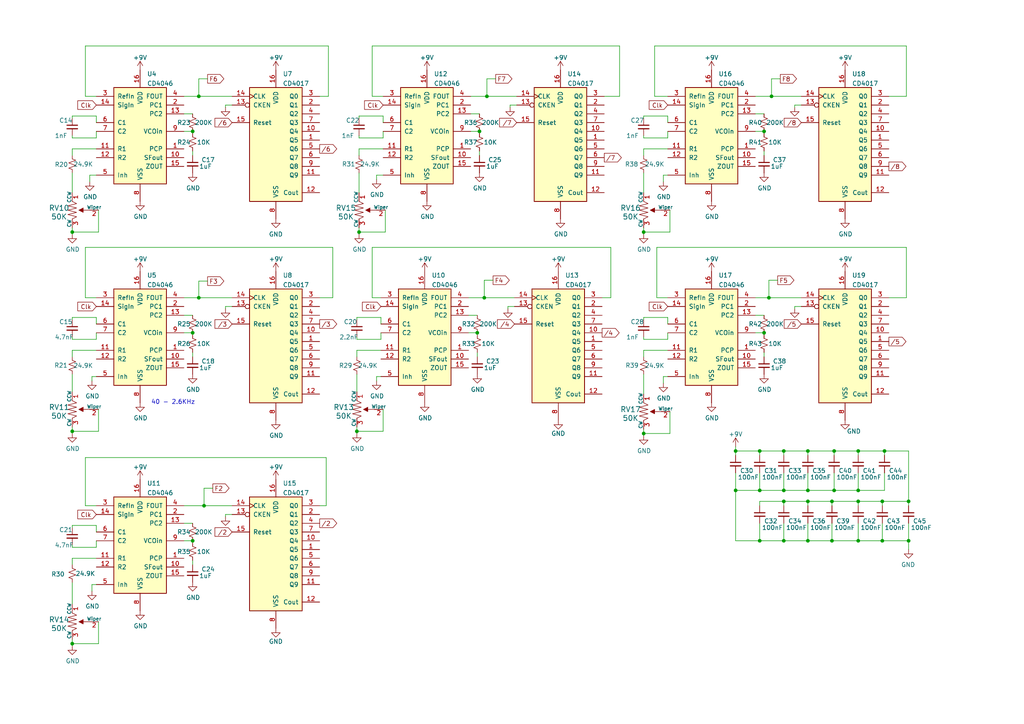
<source format=kicad_sch>
(kicad_sch (version 20211123) (generator eeschema)
  (paper "A4")
  (junction (at 55.88 156.845))
  (junction (at 55.88 96.52))
  (junction (at 241.3 156.845))
  (junction (at 227.33 142.24))
  (junction (at 139.065 38.1))
  (junction (at 20.955 67.31))
  (junction (at 186.69 125.73))
  (junction (at 263.525 145.415))
  (junction (at 57.658 27.94))
  (junction (at 248.92 142.24))
  (junction (at 256.54 130.81))
  (junction (at 186.69 67.31))
  (junction (at 234.315 145.415))
  (junction (at 220.345 156.845))
  (junction (at 55.88 38.1))
  (junction (at 234.315 142.24))
  (junction (at 141.224 27.94))
  (junction (at 20.955 186.69))
  (junction (at 227.33 156.845))
  (junction (at 140.462 86.36))
  (junction (at 248.92 156.845))
  (junction (at 227.33 145.415))
  (junction (at 241.3 145.415))
  (junction (at 263.525 156.845))
  (junction (at 138.43 96.52))
  (junction (at 213.36 142.24))
  (junction (at 59.182 146.685))
  (junction (at 221.615 96.52))
  (junction (at 234.315 156.845))
  (junction (at 220.345 130.81))
  (junction (at 20.955 125.095))
  (junction (at 223.774 27.94))
  (junction (at 255.905 156.845))
  (junction (at 227.33 130.81))
  (junction (at 241.935 130.81))
  (junction (at 255.905 145.415))
  (junction (at 241.935 142.24))
  (junction (at 57.658 86.36))
  (junction (at 234.315 130.81))
  (junction (at 223.012 86.36))
  (junction (at 103.505 125.095))
  (junction (at 220.345 142.24))
  (junction (at 221.615 38.1))
  (junction (at 248.92 145.415))
  (junction (at 248.92 130.81))
  (junction (at 104.14 67.31))
  (junction (at 213.36 130.81))
  (wire (pts (xy 103.505 98.425) (xy 103.505 97.79)))
  (wire (pts (xy 20.955 123.825) (xy 20.955 125.095)))
  (wire (pts (xy 220.345 137.16) (xy 220.345 142.24)))
  (wire (pts (xy 192.405 52.705) (xy 192.405 50.8)))
  (wire (pts (xy 109.22 50.8) (xy 111.125 50.8)))
  (wire (pts (xy 248.92 130.81) (xy 256.54 130.81)))
  (wire (pts (xy 193.675 92.075) (xy 186.69 92.075)))
  (wire (pts (xy 225.552 81.28) (xy 223.012 81.28)))
  (wire (pts (xy 28.575 180.34) (xy 28.575 186.69)))
  (wire (pts (xy 103.505 101.6) (xy 103.505 103.505)))
  (wire (pts (xy 53.34 96.52) (xy 55.88 96.52)))
  (wire (pts (xy 109.22 52.07) (xy 109.22 50.8)))
  (wire (pts (xy 213.36 129.54) (xy 213.36 130.81)))
  (wire (pts (xy 55.88 102.235) (xy 55.88 103.505)))
  (wire (pts (xy 262.89 27.94) (xy 257.81 27.94)))
  (wire (pts (xy 220.345 132.08) (xy 220.345 130.81)))
  (wire (pts (xy 219.075 38.1) (xy 221.615 38.1)))
  (wire (pts (xy 241.3 146.685) (xy 241.3 145.415)))
  (wire (pts (xy 60.198 81.534) (xy 57.658 81.534)))
  (wire (pts (xy 103.505 108.585) (xy 103.505 113.665)))
  (wire (pts (xy 226.314 22.86) (xy 223.774 22.86)))
  (wire (pts (xy 111.76 60.96) (xy 111.76 67.31)))
  (wire (pts (xy 28.575 118.745) (xy 28.575 125.095)))
  (wire (pts (xy 96.52 86.36) (xy 92.71 86.36)))
  (wire (pts (xy 193.675 86.36) (xy 190.5 86.36)))
  (wire (pts (xy 27.94 161.925) (xy 20.955 161.925)))
  (wire (pts (xy 192.405 111.125) (xy 192.405 109.22)))
  (wire (pts (xy 262.89 86.36) (xy 257.81 86.36)))
  (wire (pts (xy 27.94 96.52) (xy 27.94 98.425)))
  (wire (pts (xy 263.525 146.685) (xy 263.525 145.415)))
  (wire (pts (xy 219.075 27.94) (xy 223.774 27.94)))
  (wire (pts (xy 140.462 86.36) (xy 149.225 86.36)))
  (wire (pts (xy 177.165 71.755) (xy 177.165 86.36)))
  (wire (pts (xy 53.34 33.02) (xy 55.88 33.02)))
  (wire (pts (xy 263.525 156.845) (xy 263.525 159.385)))
  (wire (pts (xy 57.658 81.534) (xy 57.658 86.36)))
  (wire (pts (xy 27.94 156.845) (xy 27.94 158.75)))
  (wire (pts (xy 255.905 146.685) (xy 255.905 145.415)))
  (wire (pts (xy 147.32 89.535) (xy 147.32 88.9)))
  (wire (pts (xy 53.34 156.845) (xy 55.88 156.845)))
  (wire (pts (xy 256.54 130.81) (xy 263.525 130.81)))
  (wire (pts (xy 194.31 67.31) (xy 186.69 67.31)))
  (wire (pts (xy 20.955 50.165) (xy 20.955 55.88)))
  (wire (pts (xy 24.765 27.94) (xy 24.765 13.335)))
  (wire (pts (xy 110.49 96.52) (xy 110.49 98.425)))
  (wire (pts (xy 135.89 91.44) (xy 138.43 91.44)))
  (wire (pts (xy 20.955 43.18) (xy 20.955 45.085)))
  (wire (pts (xy 111.125 38.1) (xy 111.125 40.005)))
  (wire (pts (xy 213.36 156.845) (xy 220.345 156.845)))
  (wire (pts (xy 189.865 27.94) (xy 189.865 13.335)))
  (wire (pts (xy 234.315 145.415) (xy 241.3 145.415)))
  (wire (pts (xy 110.49 93.98) (xy 110.49 92.075)))
  (wire (pts (xy 59.182 141.605) (xy 59.182 146.685)))
  (wire (pts (xy 241.3 156.845) (xy 248.92 156.845)))
  (wire (pts (xy 136.525 38.1) (xy 139.065 38.1)))
  (wire (pts (xy 107.95 27.94) (xy 107.95 13.335)))
  (wire (pts (xy 194.31 125.73) (xy 186.69 125.73)))
  (wire (pts (xy 109.22 110.49) (xy 109.22 109.22)))
  (wire (pts (xy 219.075 86.36) (xy 223.012 86.36)))
  (wire (pts (xy 104.14 40.005) (xy 104.14 39.37)))
  (wire (pts (xy 57.658 27.94) (xy 67.31 27.94)))
  (wire (pts (xy 248.92 145.415) (xy 255.905 145.415)))
  (wire (pts (xy 26.67 169.545) (xy 27.94 169.545)))
  (wire (pts (xy 27.94 93.98) (xy 27.94 92.075)))
  (wire (pts (xy 53.34 27.94) (xy 57.658 27.94)))
  (wire (pts (xy 55.88 96.52) (xy 55.88 97.155)))
  (wire (pts (xy 248.92 142.24) (xy 256.54 142.24)))
  (wire (pts (xy 219.075 33.02) (xy 221.615 33.02)))
  (wire (pts (xy 190.5 86.36) (xy 190.5 71.755)))
  (wire (pts (xy 193.675 33.655) (xy 186.69 33.655)))
  (wire (pts (xy 179.705 27.94) (xy 175.26 27.94)))
  (wire (pts (xy 104.14 66.04) (xy 104.14 67.31)))
  (wire (pts (xy 255.905 151.765) (xy 255.905 156.845)))
  (wire (pts (xy 186.69 101.6) (xy 186.69 103.505)))
  (wire (pts (xy 111.125 27.94) (xy 107.95 27.94)))
  (wire (pts (xy 186.69 50.165) (xy 186.69 55.88)))
  (wire (pts (xy 227.33 156.845) (xy 234.315 156.845)))
  (wire (pts (xy 96.52 71.755) (xy 96.52 86.36)))
  (wire (pts (xy 65.405 31.115) (xy 65.405 30.48)))
  (wire (pts (xy 234.315 142.24) (xy 241.935 142.24)))
  (wire (pts (xy 248.92 132.08) (xy 248.92 130.81)))
  (wire (pts (xy 255.905 156.845) (xy 263.525 156.845)))
  (wire (pts (xy 186.69 66.04) (xy 186.69 67.31)))
  (wire (pts (xy 190.5 71.755) (xy 262.89 71.755)))
  (wire (pts (xy 234.315 132.08) (xy 234.315 130.81)))
  (wire (pts (xy 227.33 145.415) (xy 234.315 145.415)))
  (wire (pts (xy 57.658 22.86) (xy 57.658 27.94)))
  (wire (pts (xy 20.955 98.425) (xy 20.955 97.79)))
  (wire (pts (xy 111.125 33.655) (xy 104.14 33.655)))
  (wire (pts (xy 136.525 27.94) (xy 141.224 27.94)))
  (wire (pts (xy 220.345 156.845) (xy 227.33 156.845)))
  (wire (pts (xy 220.345 130.81) (xy 227.33 130.81)))
  (wire (pts (xy 263.525 151.765) (xy 263.525 156.845)))
  (wire (pts (xy 27.94 35.56) (xy 27.94 33.655)))
  (wire (pts (xy 26.67 109.22) (xy 27.94 109.22)))
  (wire (pts (xy 27.94 33.655) (xy 20.955 33.655)))
  (wire (pts (xy 262.89 13.335) (xy 262.89 27.94)))
  (wire (pts (xy 186.69 124.46) (xy 186.69 125.73)))
  (wire (pts (xy 255.905 145.415) (xy 263.525 145.415)))
  (wire (pts (xy 221.615 102.235) (xy 221.615 103.505)))
  (wire (pts (xy 248.92 156.845) (xy 255.905 156.845)))
  (wire (pts (xy 143.764 22.86) (xy 141.224 22.86)))
  (wire (pts (xy 24.765 71.755) (xy 96.52 71.755)))
  (wire (pts (xy 20.955 108.585) (xy 20.955 113.665)))
  (wire (pts (xy 140.462 81.28) (xy 140.462 86.36)))
  (wire (pts (xy 213.36 132.08) (xy 213.36 130.81)))
  (wire (pts (xy 20.955 67.31) (xy 20.955 67.945)))
  (wire (pts (xy 234.315 146.685) (xy 234.315 145.415)))
  (wire (pts (xy 234.315 156.845) (xy 241.3 156.845)))
  (wire (pts (xy 59.182 146.685) (xy 67.31 146.685)))
  (wire (pts (xy 53.34 38.1) (xy 55.88 38.1)))
  (wire (pts (xy 186.69 125.73) (xy 186.69 126.365)))
  (wire (pts (xy 110.49 86.36) (xy 107.95 86.36)))
  (wire (pts (xy 193.675 101.6) (xy 186.69 101.6)))
  (wire (pts (xy 223.774 22.86) (xy 223.774 27.94)))
  (wire (pts (xy 248.92 146.685) (xy 248.92 145.415)))
  (wire (pts (xy 194.31 60.96) (xy 194.31 67.31)))
  (wire (pts (xy 230.505 89.535) (xy 230.505 88.9)))
  (wire (pts (xy 241.3 151.765) (xy 241.3 156.845)))
  (wire (pts (xy 55.88 162.56) (xy 55.88 163.83)))
  (wire (pts (xy 20.955 66.04) (xy 20.955 67.31)))
  (wire (pts (xy 138.43 96.52) (xy 138.43 97.155)))
  (wire (pts (xy 193.675 96.52) (xy 193.675 98.425)))
  (wire (pts (xy 230.505 30.48) (xy 232.41 30.48)))
  (wire (pts (xy 220.345 146.685) (xy 220.345 145.415)))
  (wire (pts (xy 230.505 31.115) (xy 230.505 30.48)))
  (wire (pts (xy 111.125 40.005) (xy 104.14 40.005)))
  (wire (pts (xy 179.705 13.335) (xy 179.705 27.94)))
  (wire (pts (xy 227.33 146.685) (xy 227.33 145.415)))
  (wire (pts (xy 28.575 125.095) (xy 20.955 125.095)))
  (wire (pts (xy 111.125 125.095) (xy 103.505 125.095)))
  (wire (pts (xy 221.615 38.1) (xy 221.615 38.735)))
  (wire (pts (xy 28.575 60.96) (xy 28.575 67.31)))
  (wire (pts (xy 213.36 142.24) (xy 213.36 156.845)))
  (wire (pts (xy 141.224 22.86) (xy 141.224 27.94)))
  (wire (pts (xy 111.125 118.745) (xy 111.125 125.095)))
  (wire (pts (xy 186.69 92.075) (xy 186.69 92.71)))
  (wire (pts (xy 194.31 119.38) (xy 194.31 125.73)))
  (wire (pts (xy 26.035 52.705) (xy 26.035 50.8)))
  (wire (pts (xy 27.94 40.005) (xy 20.955 40.005)))
  (wire (pts (xy 24.765 132.715) (xy 24.765 146.685)))
  (wire (pts (xy 27.94 152.4) (xy 20.955 152.4)))
  (wire (pts (xy 65.405 149.86) (xy 65.405 149.225)))
  (wire (pts (xy 141.224 27.94) (xy 149.86 27.94)))
  (wire (pts (xy 55.88 156.845) (xy 55.88 157.48)))
  (wire (pts (xy 234.315 137.16) (xy 234.315 142.24)))
  (wire (pts (xy 20.955 185.42) (xy 20.955 186.69)))
  (wire (pts (xy 61.722 141.605) (xy 59.182 141.605)))
  (wire (pts (xy 186.69 43.18) (xy 186.69 45.085)))
  (wire (pts (xy 107.95 86.36) (xy 107.95 71.755)))
  (wire (pts (xy 230.505 88.9) (xy 232.41 88.9)))
  (wire (pts (xy 53.34 86.36) (xy 57.658 86.36)))
  (wire (pts (xy 193.675 40.005) (xy 186.69 40.005)))
  (wire (pts (xy 26.67 169.545) (xy 26.67 171.45)))
  (wire (pts (xy 109.22 109.22) (xy 110.49 109.22)))
  (wire (pts (xy 27.94 98.425) (xy 20.955 98.425)))
  (wire (pts (xy 213.36 130.81) (xy 220.345 130.81)))
  (wire (pts (xy 234.315 151.765) (xy 234.315 156.845)))
  (wire (pts (xy 186.69 40.005) (xy 186.69 39.37)))
  (wire (pts (xy 111.76 67.31) (xy 104.14 67.31)))
  (wire (pts (xy 219.075 96.52) (xy 221.615 96.52)))
  (wire (pts (xy 27.94 27.94) (xy 24.765 27.94)))
  (wire (pts (xy 28.575 67.31) (xy 20.955 67.31)))
  (wire (pts (xy 241.935 142.24) (xy 248.92 142.24)))
  (wire (pts (xy 220.345 142.24) (xy 227.33 142.24)))
  (wire (pts (xy 193.675 93.98) (xy 193.675 92.075)))
  (wire (pts (xy 20.955 168.91) (xy 20.955 175.26)))
  (wire (pts (xy 111.125 35.56) (xy 111.125 33.655)))
  (wire (pts (xy 136.525 33.02) (xy 139.065 33.02)))
  (wire (pts (xy 27.94 92.075) (xy 20.955 92.075)))
  (wire (pts (xy 220.345 151.765) (xy 220.345 156.845)))
  (wire (pts (xy 192.405 50.8) (xy 193.675 50.8)))
  (wire (pts (xy 135.89 86.36) (xy 140.462 86.36)))
  (wire (pts (xy 241.3 145.415) (xy 248.92 145.415)))
  (wire (pts (xy 186.69 98.425) (xy 186.69 97.79)))
  (wire (pts (xy 20.955 152.4) (xy 20.955 153.035)))
  (wire (pts (xy 227.33 132.08) (xy 227.33 130.81)))
  (wire (pts (xy 60.198 22.86) (xy 57.658 22.86)))
  (wire (pts (xy 110.49 98.425) (xy 103.505 98.425)))
  (wire (pts (xy 26.67 110.49) (xy 26.67 109.22)))
  (wire (pts (xy 248.92 151.765) (xy 248.92 156.845)))
  (wire (pts (xy 139.065 43.815) (xy 139.065 45.085)))
  (wire (pts (xy 94.615 146.685) (xy 94.615 132.715)))
  (wire (pts (xy 20.955 33.655) (xy 20.955 34.29)))
  (wire (pts (xy 147.32 88.9) (xy 149.225 88.9)))
  (wire (pts (xy 186.69 108.585) (xy 186.69 114.3)))
  (wire (pts (xy 20.955 158.75) (xy 20.955 158.115)))
  (wire (pts (xy 94.615 132.715) (xy 24.765 132.715)))
  (wire (pts (xy 95.25 27.94) (xy 92.71 27.94)))
  (wire (pts (xy 227.33 142.24) (xy 234.315 142.24)))
  (wire (pts (xy 256.54 132.08) (xy 256.54 130.81)))
  (wire (pts (xy 27.94 158.75) (xy 20.955 158.75)))
  (wire (pts (xy 65.405 30.48) (xy 67.31 30.48)))
  (wire (pts (xy 95.25 13.335) (xy 95.25 27.94)))
  (wire (pts (xy 234.315 130.81) (xy 241.935 130.81)))
  (wire (pts (xy 53.34 151.765) (xy 55.88 151.765)))
  (wire (pts (xy 147.955 30.48) (xy 149.86 30.48)))
  (wire (pts (xy 27.94 43.18) (xy 20.955 43.18)))
  (wire (pts (xy 104.14 33.655) (xy 104.14 34.29)))
  (wire (pts (xy 227.33 137.16) (xy 227.33 142.24)))
  (wire (pts (xy 103.505 125.095) (xy 103.505 125.73)))
  (wire (pts (xy 262.89 71.755) (xy 262.89 86.36)))
  (wire (pts (xy 103.505 92.075) (xy 103.505 92.71)))
  (wire (pts (xy 65.405 89.535) (xy 65.405 88.9)))
  (wire (pts (xy 107.95 13.335) (xy 179.705 13.335)))
  (wire (pts (xy 57.658 86.36) (xy 67.31 86.36)))
  (wire (pts (xy 193.675 38.1) (xy 193.675 40.005)))
  (wire (pts (xy 256.54 137.16) (xy 256.54 142.24)))
  (wire (pts (xy 219.075 91.44) (xy 221.615 91.44)))
  (wire (pts (xy 20.955 161.925) (xy 20.955 163.83)))
  (wire (pts (xy 263.525 130.81) (xy 263.525 145.415)))
  (wire (pts (xy 213.36 137.16) (xy 213.36 142.24)))
  (wire (pts (xy 92.71 146.685) (xy 94.615 146.685)))
  (wire (pts (xy 193.675 35.56) (xy 193.675 33.655)))
  (wire (pts (xy 193.675 27.94) (xy 189.865 27.94)))
  (wire (pts (xy 193.675 43.18) (xy 186.69 43.18)))
  (wire (pts (xy 53.34 146.685) (xy 59.182 146.685)))
  (wire (pts (xy 55.88 43.815) (xy 55.88 45.085)))
  (wire (pts (xy 223.012 86.36) (xy 232.41 86.36)))
  (wire (pts (xy 107.95 71.755) (xy 177.165 71.755)))
  (wire (pts (xy 213.36 142.24) (xy 220.345 142.24)))
  (wire (pts (xy 104.14 50.165) (xy 104.14 55.88)))
  (wire (pts (xy 189.865 13.335) (xy 262.89 13.335)))
  (wire (pts (xy 139.065 38.1) (xy 139.065 38.735)))
  (wire (pts (xy 28.575 186.69) (xy 20.955 186.69)))
  (wire (pts (xy 221.615 43.815) (xy 221.615 45.085)))
  (wire (pts (xy 241.935 130.81) (xy 248.92 130.81)))
  (wire (pts (xy 53.34 91.44) (xy 55.88 91.44)))
  (wire (pts (xy 193.675 98.425) (xy 186.69 98.425)))
  (wire (pts (xy 186.69 67.31) (xy 186.69 67.945)))
  (wire (pts (xy 20.955 125.095) (xy 20.955 125.73)))
  (wire (pts (xy 177.165 86.36) (xy 174.625 86.36)))
  (wire (pts (xy 26.035 50.8) (xy 27.94 50.8)))
  (wire (pts (xy 65.405 88.9) (xy 67.31 88.9)))
  (wire (pts (xy 227.33 130.81) (xy 234.315 130.81)))
  (wire (pts (xy 227.33 151.765) (xy 227.33 156.845)))
  (wire (pts (xy 192.405 109.22) (xy 193.675 109.22)))
  (wire (pts (xy 147.955 31.115) (xy 147.955 30.48)))
  (wire (pts (xy 143.002 81.28) (xy 140.462 81.28)))
  (wire (pts (xy 186.69 33.655) (xy 186.69 34.29)))
  (wire (pts (xy 220.345 145.415) (xy 227.33 145.415)))
  (wire (pts (xy 104.14 67.31) (xy 104.14 67.945)))
  (wire (pts (xy 221.615 96.52) (xy 221.615 97.155)))
  (wire (pts (xy 24.765 86.36) (xy 24.765 71.755)))
  (wire (pts (xy 24.765 13.335) (xy 95.25 13.335)))
  (wire (pts (xy 27.94 86.36) (xy 24.765 86.36)))
  (wire (pts (xy 20.955 92.075) (xy 20.955 92.71)))
  (wire (pts (xy 103.505 123.825) (xy 103.505 125.095)))
  (wire (pts (xy 223.012 81.28) (xy 223.012 86.36)))
  (wire (pts (xy 110.49 101.6) (xy 103.505 101.6)))
  (wire (pts (xy 110.49 92.075) (xy 103.505 92.075)))
  (wire (pts (xy 27.94 101.6) (xy 20.955 101.6)))
  (wire (pts (xy 20.955 101.6) (xy 20.955 103.505)))
  (wire (pts (xy 20.955 40.005) (xy 20.955 39.37)))
  (wire (pts (xy 104.14 43.18) (xy 104.14 45.085)))
  (wire (pts (xy 111.125 43.18) (xy 104.14 43.18)))
  (wire (pts (xy 248.92 137.16) (xy 248.92 142.24)))
  (wire (pts (xy 27.94 154.305) (xy 27.94 152.4)))
  (wire (pts (xy 65.405 149.225) (xy 67.31 149.225)))
  (wire (pts (xy 135.89 96.52) (xy 138.43 96.52)))
  (wire (pts (xy 55.88 38.1) (xy 55.88 38.735)))
  (wire (pts (xy 241.935 137.16) (xy 241.935 142.24)))
  (wire (pts (xy 27.94 38.1) (xy 27.94 40.005)))
  (wire (pts (xy 241.935 132.08) (xy 241.935 130.81)))
  (wire (pts (xy 138.43 102.235) (xy 138.43 103.505)))
  (wire (pts (xy 24.765 146.685) (xy 27.94 146.685)))
  (wire (pts (xy 223.774 27.94) (xy 232.41 27.94)))
  (wire (pts (xy 20.955 186.69) (xy 20.955 187.325)))
  (text "40 - 2.6KHz" (at 43.815 117.475 0) (effects (font (size 1.27 1.27)) (justify left bottom)))
  (global_label "F7" (shape output) (at 143.764 22.86 0) (property "Intersheet References" "${INTERSHEET_REFS}" (effects hide)))
  (global_label "{slash}8" (shape output) (at 257.81 48.26 0) (property "Intersheet References" "${INTERSHEET_REFS}" (effects hide)))
  (global_label "F5" (shape output) (at 225.552 81.28 0) (property "Intersheet References" "${INTERSHEET_REFS}" (effects hide)))
  (global_label "{slash}7" (shape output) (at 175.26 45.72 0) (property "Intersheet References" "${INTERSHEET_REFS}" (effects hide)))
  (global_label "Clk" (shape input) (at 27.94 149.225 180) (property "Intersheet References" "${INTERSHEET_REFS}" (effects hide)))
  (global_label "Clk" (shape input) (at 111.125 30.48 180) (property "Intersheet References" "${INTERSHEET_REFS}" (effects hide)))
  (global_label "{slash}8" (shape input) (at 232.41 35.56 180) (property "Intersheet References" "${INTERSHEET_REFS}" (effects hide)))
  (global_label "{slash}4" (shape input) (at 149.225 93.98 180) (property "Intersheet References" "${INTERSHEET_REFS}" (effects hide)))
  (global_label "{slash}3" (shape input) (at 67.31 93.98 180) (property "Intersheet References" "${INTERSHEET_REFS}" (effects hide)))
  (global_label "{slash}2" (shape output) (at 92.71 151.765 0) (property "Intersheet References" "${INTERSHEET_REFS}" (effects hide)))
  (global_label "Clk" (shape input) (at 110.49 88.9 180) (property "Intersheet References" "${INTERSHEET_REFS}" (effects hide)))
  (global_label "{slash}6" (shape input) (at 67.31 35.56 180) (property "Intersheet References" "${INTERSHEET_REFS}" (effects hide)))
  (global_label "F2" (shape output) (at 61.722 141.605 0) (property "Intersheet References" "${INTERSHEET_REFS}" (effects hide)))
  (global_label "Clk" (shape input) (at 27.94 30.48 180) (property "Intersheet References" "${INTERSHEET_REFS}" (effects hide)))
  (global_label "F4" (shape output) (at 143.002 81.28 0) (property "Intersheet References" "${INTERSHEET_REFS}" (effects hide)))
  (global_label "{slash}5" (shape output) (at 257.81 99.06 0) (property "Intersheet References" "${INTERSHEET_REFS}" (effects hide)))
  (global_label "F3" (shape output) (at 60.198 81.534 0) (property "Intersheet References" "${INTERSHEET_REFS}" (effects hide)))
  (global_label "{slash}7" (shape input) (at 149.86 35.56 180) (property "Intersheet References" "${INTERSHEET_REFS}" (effects hide)))
  (global_label "F6" (shape output) (at 60.198 22.86 0) (property "Intersheet References" "${INTERSHEET_REFS}" (effects hide)))
  (global_label "{slash}2" (shape input) (at 67.31 154.305 180) (property "Intersheet References" "${INTERSHEET_REFS}" (effects hide)))
  (global_label "{slash}5" (shape input) (at 232.41 93.98 180) (property "Intersheet References" "${INTERSHEET_REFS}" (effects hide)))
  (global_label "F8" (shape output) (at 226.314 22.86 0) (property "Intersheet References" "${INTERSHEET_REFS}" (effects hide)))
  (global_label "Clk" (shape input) (at 193.675 30.48 180) (property "Intersheet References" "${INTERSHEET_REFS}" (effects hide)))
  (global_label "Clk" (shape input) (at 27.94 88.9 180) (property "Intersheet References" "${INTERSHEET_REFS}" (effects hide)))
  (global_label "{slash}3" (shape output) (at 92.71 93.98 0) (property "Intersheet References" "${INTERSHEET_REFS}" (effects hide)))
  (global_label "Clk" (shape input) (at 193.675 88.9 180) (property "Intersheet References" "${INTERSHEET_REFS}" (effects hide)))
  (global_label "{slash}4" (shape output) (at 174.625 96.52 0) (property "Intersheet References" "${INTERSHEET_REFS}" (effects hide)))
  (global_label "{slash}6" (shape output) (at 92.71 43.18 0) (property "Intersheet References" "${INTERSHEET_REFS}" (effects hide)))
  (symbol (lib_id "dk_Trimmer-Potentiometers:TC33X-2-103E") (at 104.14 60.96 270) (unit 1)
    (property "Reference" "RV15" (at 100.33 60.325 90) (effects (font (size 1.524 1.524))))
    (property "Value" "50K" (at 100.33 62.865 90) (effects (font (size 1.524 1.524))))
    (property "Footprint" "sputterizer:Potentiometer_Bourns_3224W_Vertical" (effects hide))
    (property "Datasheet" "https://www.bourns.com/docs/Product-Datasheets/TC33.pdf" (effects hide))
    (property "Digi-Key Part" "490-2881-ND" (effects hide))
    (property "LCSC Part #" "C48484" (effects hide))
  )
  (symbol (lib_id "4xxx:4017") (at 80.01 40.64 0) (unit 1)
    (property "Reference" "U7" (at 82.0294 21.4335 0) (effects (justify left)))
    (property "Value" "CD4017" (at 82.0294 24.2086 0) (effects (justify left)))
    (property "Footprint" "Package_SO:SOIC-16_3.9x9.9mm_P1.27mm" (effects hide))
    (property "Datasheet" "http://www.intersil.com/content/dam/Intersil/documents/cd40/cd4017bms-22bms.pdf" (effects hide))
    (property "Digi-Key Part" "296-12808-1-ND" (effects hide))
    (property "LCSC Part #" "C11349" (effects hide))
  )
  (symbol (lib_id "4xxx:4046") (at 206.375 38.1 0) (unit 1)
    (property "Reference" "U16" (at 208.3944 21.4335 0) (effects (justify left)))
    (property "Value" "CD4046" (at 208.3944 24.2086 0) (effects (justify left)))
    (property "Footprint" "Package_SO:TSSOP-16_4.4x5mm_P0.65mm" (effects hide))
    (property "Datasheet" "https://assets.nexperia.com/documents/data-sheet/HEF4046B.pdf" (effects hide))
    (property "LCSC Part #" "C2651240" (effects hide))
  )
  (symbol (lib_id "4xxx:4017") (at 161.925 99.06 0) (unit 1)
    (property "Reference" "U13" (at 163.9444 79.8535 0) (effects (justify left)))
    (property "Value" "CD4017" (at 163.9444 82.6286 0) (effects (justify left)))
    (property "Footprint" "Package_SO:SOIC-16_3.9x9.9mm_P1.27mm" (effects hide))
    (property "Datasheet" "http://www.intersil.com/content/dam/Intersil/documents/cd40/cd4017bms-22bms.pdf" (effects hide))
    (property "Digi-Key Part" "296-12808-1-ND" (effects hide))
    (property "LCSC Part #" "C11349" (effects hide))
  )
  (symbol (lib_id "Device:R_Small_US") (at 138.43 99.695 0) (unit 1)
    (property "Reference" "R33" (at 135.89 99.695 0))
    (property "Value" "10K" (at 141.605 99.695 0))
    (property "Footprint" "Resistor_SMD:R_0805_2012Metric_Pad1.20x1.40mm_HandSolder" (effects hide))
    (property "Digi-Key Part" "CF14JT10K0CT-ND" (effects hide))
    (property "LCSC Part #" "C17414" (effects hide))
  )
  (symbol (lib_id "4xxx:4046") (at 40.64 96.52 0) (unit 1)
    (property "Reference" "U5" (at 42.6594 79.8535 0) (effects (justify left)))
    (property "Value" "CD4046" (at 42.6594 82.6286 0) (effects (justify left)))
    (property "Footprint" "Package_SO:TSSOP-16_4.4x5mm_P0.65mm" (effects hide))
    (property "Datasheet" "https://assets.nexperia.com/documents/data-sheet/HEF4046B.pdf" (effects hide))
    (property "LCSC Part #" "C2651240" (effects hide))
  )
  (symbol (lib_id "Device:C_Small") (at 213.36 134.62 0) (unit 1)
    (property "Reference" "C30" (at 214.63 136.525 0) (effects (justify left)))
    (property "Value" "100nF" (at 213.995 138.43 0) (effects (justify left)))
    (property "Footprint" "Capacitor_SMD:C_0805_2012Metric_Pad1.18x1.45mm_HandSolder" (effects hide))
    (property "Datasheet" "http://datasheets.avx.com/SR-Series.pdf" (effects hide))
    (property "Digi-Key Part" "478-10836-1-ND" (effects hide))
    (property "LCSC Part #" "C49678" (effects hide))
  )
  (symbol (lib_id "power:GND") (at 245.11 121.92 0) (unit 1)
    (property "Reference" "#PWR072" (effects hide))
    (property "Value" "GND" (at 247.65 125.095 0))
  )
  (symbol (lib_id "Device:C_Small") (at 20.955 155.575 0) (unit 1)
    (property "Reference" "C21" (at 17.145 153.67 0) (effects (justify left)))
    (property "Value" "4.7nF" (at 15.875 158.115 0) (effects (justify left)))
    (property "Footprint" "Capacitor_SMD:C_0805_2012Metric_Pad1.18x1.45mm_HandSolder" (effects hide))
    (property "Datasheet" "http://datasheets.avx.com/SR-Series.pdf" (effects hide))
    (property "Digi-Key Part" "BC2662CT-ND" (effects hide))
    (property "LCSC Part #" "C107104" (effects hide))
  )
  (symbol (lib_id "Device:C_Small") (at 103.505 95.25 0) (unit 1)
    (property "Reference" "C20" (at 99.695 93.345 0) (effects (justify left)))
    (property "Value" "2.2nF" (at 98.425 97.79 0) (effects (justify left)))
    (property "Footprint" "Capacitor_SMD:C_0805_2012Metric_Pad1.18x1.45mm_HandSolder" (effects hide))
    (property "Datasheet" "http://datasheets.avx.com/SR-Series.pdf" (effects hide))
    (property "Digi-Key Part" "BC2662CT-ND" (effects hide))
    (property "LCSC Part #" "C28260" (effects hide))
  )
  (symbol (lib_id "Device:R_Small_US") (at 139.065 41.275 0) (unit 1)
    (property "Reference" "R37" (at 136.525 41.275 0))
    (property "Value" "10K" (at 142.24 41.275 0))
    (property "Footprint" "Resistor_SMD:R_0805_2012Metric_Pad1.20x1.40mm_HandSolder" (effects hide))
    (property "Digi-Key Part" "CF14JT10K0CT-ND" (effects hide))
    (property "LCSC Part #" "C17414" (effects hide))
  )
  (symbol (lib_id "dk_Trimmer-Potentiometers:TC33X-2-103E") (at 186.69 119.38 270) (unit 1)
    (property "Reference" "RV17" (at 182.88 118.745 90) (effects (font (size 1.524 1.524))))
    (property "Value" "50K" (at 182.88 121.285 90) (effects (font (size 1.524 1.524))))
    (property "Footprint" "sputterizer:Potentiometer_Bourns_3224W_Vertical" (effects hide))
    (property "Datasheet" "https://www.bourns.com/docs/Product-Datasheets/TC33.pdf" (effects hide))
    (property "Digi-Key Part" "490-2881-ND" (effects hide))
    (property "LCSC Part #" "C48484" (effects hide))
  )
  (symbol (lib_id "Device:R_Small_US") (at 55.88 99.695 0) (unit 1)
    (property "Reference" "R26" (at 53.34 99.695 0))
    (property "Value" "10K" (at 59.055 99.695 0))
    (property "Footprint" "Resistor_SMD:R_0805_2012Metric_Pad1.20x1.40mm_HandSolder" (effects hide))
    (property "Digi-Key Part" "CF14JT10K0CT-ND" (effects hide))
    (property "LCSC Part #" "C17414" (effects hide))
  )
  (symbol (lib_id "power:GND") (at 109.22 52.07 0) (unit 1)
    (property "Reference" "#PWR038" (effects hide))
    (property "Value" "GND" (at 109.347 56.4642 0))
  )
  (symbol (lib_id "power:GND") (at 80.01 63.5 0) (unit 1)
    (property "Reference" "#PWR031" (effects hide))
    (property "Value" "GND" (at 80.01 67.945 0))
  )
  (symbol (lib_id "Device:C_Small") (at 256.54 134.62 0) (unit 1)
    (property "Reference" "C44" (at 257.81 136.525 0) (effects (justify left)))
    (property "Value" "100nF" (at 257.175 138.43 0) (effects (justify left)))
    (property "Footprint" "Capacitor_SMD:C_0805_2012Metric_Pad1.18x1.45mm_HandSolder" (effects hide))
    (property "Datasheet" "http://datasheets.avx.com/SR-Series.pdf" (effects hide))
    (property "Digi-Key Part" "478-10836-1-ND" (effects hide))
    (property "LCSC Part #" "C49678" (effects hide))
  )
  (symbol (lib_id "power:GND") (at 20.955 125.73 0) (unit 1)
    (property "Reference" "#PWR0131" (effects hide))
    (property "Value" "GND" (at 21.082 130.1242 0))
  )
  (symbol (lib_id "power:GND") (at 26.67 171.45 0) (unit 1)
    (property "Reference" "#PWR037" (effects hide))
    (property "Value" "GND" (at 26.797 175.8442 0))
  )
  (symbol (lib_id "4xxx:4017") (at 245.11 99.06 0) (unit 1)
    (property "Reference" "U19" (at 247.1294 79.8535 0) (effects (justify left)))
    (property "Value" "CD4017" (at 247.1294 82.6286 0) (effects (justify left)))
    (property "Footprint" "Package_SO:SOIC-16_3.9x9.9mm_P1.27mm" (effects hide))
    (property "Datasheet" "http://www.intersil.com/content/dam/Intersil/documents/cd40/cd4017bms-22bms.pdf" (effects hide))
    (property "Digi-Key Part" "296-12808-1-ND" (effects hide))
    (property "LCSC Part #" "C11349" (effects hide))
  )
  (symbol (lib_id "power:GND") (at 20.955 67.945 0) (unit 1)
    (property "Reference" "#PWR0132" (effects hide))
    (property "Value" "GND" (at 21.082 72.3392 0))
  )
  (symbol (lib_id "dk_Trimmer-Potentiometers:TC33X-2-103E") (at 186.69 60.96 270) (unit 1)
    (property "Reference" "RV16" (at 182.88 60.325 90) (effects (font (size 1.524 1.524))))
    (property "Value" "50K" (at 182.88 62.865 90) (effects (font (size 1.524 1.524))))
    (property "Footprint" "sputterizer:Potentiometer_Bourns_3224W_Vertical" (effects hide))
    (property "Datasheet" "https://www.bourns.com/docs/Product-Datasheets/TC33.pdf" (effects hide))
    (property "Digi-Key Part" "490-2881-ND" (effects hide))
    (property "LCSC Part #" "C48484" (effects hide))
  )
  (symbol (lib_id "power:GND") (at 161.925 121.92 0) (unit 1)
    (property "Reference" "#PWR052" (effects hide))
    (property "Value" "GND" (at 161.925 125.73 0))
  )
  (symbol (lib_id "power:GND") (at 26.035 52.705 0) (unit 1)
    (property "Reference" "#PWR015" (effects hide))
    (property "Value" "GND" (at 26.162 57.0992 0))
  )
  (symbol (lib_id "power:GND") (at 263.525 159.385 0) (mirror y) (unit 1)
    (property "Reference" "#PWR068" (effects hide))
    (property "Value" "GND" (at 263.398 163.7792 0))
  )
  (symbol (lib_id "Device:C_Small") (at 227.33 134.62 0) (unit 1)
    (property "Reference" "C33" (at 228.6 136.525 0) (effects (justify left)))
    (property "Value" "100nF" (at 227.965 138.43 0) (effects (justify left)))
    (property "Footprint" "Capacitor_SMD:C_0805_2012Metric_Pad1.18x1.45mm_HandSolder" (effects hide))
    (property "Datasheet" "http://datasheets.avx.com/SR-Series.pdf" (effects hide))
    (property "Digi-Key Part" "478-10836-1-ND" (effects hide))
    (property "LCSC Part #" "C49678" (effects hide))
  )
  (symbol (lib_id "Device:R_Small_US") (at 221.615 41.275 0) (unit 1)
    (property "Reference" "R41" (at 219.075 41.275 0))
    (property "Value" "10K" (at 224.79 41.275 0))
    (property "Footprint" "Resistor_SMD:R_0805_2012Metric_Pad1.20x1.40mm_HandSolder" (effects hide))
    (property "Digi-Key Part" "CF14JT10K0CT-ND" (effects hide))
    (property "LCSC Part #" "C17414" (effects hide))
  )
  (symbol (lib_id "Device:R_Small_US") (at 221.615 93.98 0) (unit 1)
    (property "Reference" "R42" (at 219.075 93.98 0))
    (property "Value" "200K" (at 224.79 93.98 0))
    (property "Footprint" "Resistor_SMD:R_0805_2012Metric_Pad1.20x1.40mm_HandSolder" (effects hide))
    (property "Digi-Key Part" "CF14JT10K0CT-ND" (effects hide))
    (property "LCSC Part #" "C17539" (effects hide))
  )
  (symbol (lib_id "power:+9V") (at 80.01 78.74 0) (unit 1)
    (property "Reference" "#PWR0116" (effects hide))
    (property "Value" "+9V" (at 80.01 75.1355 0))
  )
  (symbol (lib_id "Device:R_Small_US") (at 20.955 106.045 0) (unit 1)
    (property "Reference" "R21" (at 17.682 105.9688 0))
    (property "Value" "24.9K" (at 24.13 106.045 0))
    (property "Footprint" "Resistor_SMD:R_0603_1608Metric" (effects hide))
    (property "Digi-Key Part" "CF14JT10K0CT-ND" (effects hide))
    (property "LCSC Part #" "C137761" (effects hide))
  )
  (symbol (lib_id "power:+9V") (at 123.825 20.32 0) (unit 1)
    (property "Reference" "#PWR0126" (effects hide))
    (property "Value" "+9V" (at 123.825 16.7155 0))
  )
  (symbol (lib_id "power:GND") (at 147.955 31.115 0) (unit 1)
    (property "Reference" "#PWR049" (effects hide))
    (property "Value" "GND" (effects hide))
  )
  (symbol (lib_id "power:+9V") (at 206.375 78.74 0) (unit 1)
    (property "Reference" "#PWR0120" (effects hide))
    (property "Value" "+9V" (at 206.375 75.1355 0))
  )
  (symbol (lib_id "Device:C_Small") (at 241.3 149.225 0) (unit 1)
    (property "Reference" "C39" (at 242.57 151.13 0) (effects (justify left)))
    (property "Value" "100nF" (at 241.935 153.035 0) (effects (justify left)))
    (property "Footprint" "Capacitor_SMD:C_0805_2012Metric_Pad1.18x1.45mm_HandSolder" (effects hide))
    (property "Datasheet" "http://datasheets.avx.com/SR-Series.pdf" (effects hide))
    (property "Digi-Key Part" "478-10836-1-ND" (effects hide))
    (property "LCSC Part #" "C49678" (effects hide))
  )
  (symbol (lib_id "Device:C_Small") (at 248.92 149.225 0) (unit 1)
    (property "Reference" "C42" (at 250.19 151.13 0) (effects (justify left)))
    (property "Value" "100nF" (at 249.555 153.035 0) (effects (justify left)))
    (property "Footprint" "Capacitor_SMD:C_0805_2012Metric_Pad1.18x1.45mm_HandSolder" (effects hide))
    (property "Datasheet" "http://datasheets.avx.com/SR-Series.pdf" (effects hide))
    (property "Digi-Key Part" "478-10836-1-ND" (effects hide))
    (property "LCSC Part #" "C49678" (effects hide))
  )
  (symbol (lib_id "Device:C_Small") (at 55.88 106.045 0) (unit 1)
    (property "Reference" "C18" (at 58.42 104.775 0) (effects (justify left)))
    (property "Value" "1uF" (at 57.785 106.68 0) (effects (justify left)))
    (property "Footprint" "Capacitor_SMD:C_0805_2012Metric_Pad1.18x1.45mm_HandSolder" (effects hide))
    (property "Datasheet" "http://datasheets.avx.com/SR-Series.pdf" (effects hide))
    (property "Digi-Key Part" "478-10836-1-ND" (effects hide))
    (property "LCSC Part #" "C28323" (effects hide))
  )
  (symbol (lib_id "power:+9V") (at 213.36 129.54 0) (unit 1)
    (property "Reference" "#PWR0119" (effects hide))
    (property "Value" "+9V" (at 213.36 125.9355 0))
  )
  (symbol (lib_id "Device:C_Small") (at 234.315 149.225 0) (unit 1)
    (property "Reference" "C36" (at 235.585 151.13 0) (effects (justify left)))
    (property "Value" "100nF" (at 234.95 153.035 0) (effects (justify left)))
    (property "Footprint" "Capacitor_SMD:C_0805_2012Metric_Pad1.18x1.45mm_HandSolder" (effects hide))
    (property "Datasheet" "http://datasheets.avx.com/SR-Series.pdf" (effects hide))
    (property "Digi-Key Part" "478-10836-1-ND" (effects hide))
    (property "LCSC Part #" "C49678" (effects hide))
  )
  (symbol (lib_id "power:GND") (at 80.01 121.92 0) (unit 1)
    (property "Reference" "#PWR033" (effects hide))
    (property "Value" "GND" (at 80.137 126.3142 0))
  )
  (symbol (lib_id "dk_Trimmer-Potentiometers:TC33X-2-103E") (at 20.955 180.34 270) (unit 1)
    (property "Reference" "RV14" (at 17.145 179.705 90) (effects (font (size 1.524 1.524))))
    (property "Value" "50K" (at 17.145 182.245 90) (effects (font (size 1.524 1.524))))
    (property "Footprint" "sputterizer:Potentiometer_Bourns_3224W_Vertical" (effects hide))
    (property "Datasheet" "https://www.bourns.com/docs/Product-Datasheets/TC33.pdf" (effects hide))
    (property "Digi-Key Part" "490-2881-ND" (effects hide))
    (property "LCSC Part #" "C48484" (effects hide))
  )
  (symbol (lib_id "power:GND") (at 104.14 67.945 0) (unit 1)
    (property "Reference" "#PWR0136" (effects hide))
    (property "Value" "GND" (at 104.267 72.3392 0))
  )
  (symbol (lib_id "power:+9V") (at 40.64 78.74 0) (unit 1)
    (property "Reference" "#PWR0115" (effects hide))
    (property "Value" "+9V" (at 40.64 75.1355 0))
  )
  (symbol (lib_id "power:GND") (at 192.405 111.125 0) (unit 1)
    (property "Reference" "#PWR059" (effects hide))
    (property "Value" "GND" (at 192.532 115.5192 0))
  )
  (symbol (lib_id "Device:C_Small") (at 221.615 47.625 0) (unit 1)
    (property "Reference" "C37" (at 224.155 46.355 0) (effects (justify left)))
    (property "Value" "1uF" (at 223.52 48.26 0) (effects (justify left)))
    (property "Footprint" "Capacitor_SMD:C_0805_2012Metric_Pad1.18x1.45mm_HandSolder" (effects hide))
    (property "Datasheet" "http://datasheets.avx.com/SR-Series.pdf" (effects hide))
    (property "Digi-Key Part" "478-10836-1-ND" (effects hide))
    (property "LCSC Part #" "C28323" (effects hide))
  )
  (symbol (lib_id "power:GND") (at 139.065 50.165 0) (unit 1)
    (property "Reference" "#PWR047" (effects hide))
    (property "Value" "GND" (at 139.192 54.5592 0))
  )
  (symbol (lib_id "power:+9V") (at 162.56 20.32 0) (unit 1)
    (property "Reference" "#PWR0127" (effects hide))
    (property "Value" "+9V" (at 162.56 16.7155 0))
  )
  (symbol (lib_id "power:GND") (at 123.19 116.84 0) (unit 1)
    (property "Reference" "#PWR040" (effects hide))
    (property "Value" "GND" (at 123.317 121.2342 0))
  )
  (symbol (lib_id "Device:R_Small_US") (at 55.88 41.275 0) (unit 1)
    (property "Reference" "R24" (at 53.34 41.275 0))
    (property "Value" "10K" (at 59.055 41.275 0))
    (property "Footprint" "Resistor_SMD:R_0805_2012Metric_Pad1.20x1.40mm_HandSolder" (effects hide))
    (property "Digi-Key Part" "CF14JT10K0CT-ND" (effects hide))
    (property "LCSC Part #" "C17414" (effects hide))
  )
  (symbol (lib_id "power:GND") (at 230.505 89.535 0) (unit 1)
    (property "Reference" "#PWR067" (effects hide))
    (property "Value" "GND" (effects hide))
  )
  (symbol (lib_id "Device:R_Small_US") (at 55.88 93.98 0) (unit 1)
    (property "Reference" "R25" (at 53.34 93.98 0))
    (property "Value" "200K" (at 59.055 93.98 0))
    (property "Footprint" "Resistor_SMD:R_0805_2012Metric_Pad1.20x1.40mm_HandSolder" (effects hide))
    (property "Digi-Key Part" "CF14JT10K0CT-ND" (effects hide))
    (property "LCSC Part #" "C17539" (effects hide))
  )
  (symbol (lib_id "Device:C_Small") (at 220.345 134.62 0) (unit 1)
    (property "Reference" "C31" (at 221.615 136.525 0) (effects (justify left)))
    (property "Value" "100nF" (at 220.98 138.43 0) (effects (justify left)))
    (property "Footprint" "Capacitor_SMD:C_0805_2012Metric_Pad1.18x1.45mm_HandSolder" (effects hide))
    (property "Datasheet" "http://datasheets.avx.com/SR-Series.pdf" (effects hide))
    (property "Digi-Key Part" "478-10836-1-ND" (effects hide))
    (property "LCSC Part #" "C49678" (effects hide))
  )
  (symbol (lib_id "power:GND") (at 40.64 177.165 0) (unit 1)
    (property "Reference" "#PWR042" (effects hide))
    (property "Value" "GND" (at 40.767 181.5592 0))
  )
  (symbol (lib_id "power:GND") (at 40.64 58.42 0) (unit 1)
    (property "Reference" "#PWR019" (effects hide))
    (property "Value" "GND" (at 40.767 62.8142 0))
  )
  (symbol (lib_id "4xxx:4046") (at 123.825 38.1 0) (unit 1)
    (property "Reference" "U12" (at 125.8444 21.4335 0) (effects (justify left)))
    (property "Value" "CD4046" (at 125.8444 24.2086 0) (effects (justify left)))
    (property "Footprint" "Package_SO:TSSOP-16_4.4x5mm_P0.65mm" (effects hide))
    (property "Datasheet" "https://assets.nexperia.com/documents/data-sheet/HEF4046B.pdf" (effects hide))
    (property "LCSC Part #" "C2651240" (effects hide))
  )
  (symbol (lib_id "power:GND") (at 65.405 89.535 0) (unit 1)
    (property "Reference" "#PWR028" (effects hide))
    (property "Value" "GND" (effects hide))
  )
  (symbol (lib_id "power:GND") (at 192.405 52.705 0) (unit 1)
    (property "Reference" "#PWR058" (effects hide))
    (property "Value" "GND" (at 192.532 57.0992 0))
  )
  (symbol (lib_id "Device:R_Small_US") (at 20.955 166.37 0) (unit 1)
    (property "Reference" "R30" (at 16.8222 166.5332 0))
    (property "Value" "24.9K" (at 24.765 166.37 0))
    (property "Footprint" "Resistor_SMD:R_0603_1608Metric" (effects hide))
    (property "Digi-Key Part" "CF14JT10K0CT-ND" (effects hide))
    (property "LCSC Part #" "C137761" (effects hide))
  )
  (symbol (lib_id "Device:R_Small_US") (at 138.43 93.98 0) (unit 1)
    (property "Reference" "R32" (at 135.89 93.98 0))
    (property "Value" "200K" (at 141.605 93.98 0))
    (property "Footprint" "Resistor_SMD:R_0805_2012Metric_Pad1.20x1.40mm_HandSolder" (effects hide))
    (property "Digi-Key Part" "CF14JT10K0CT-ND" (effects hide))
    (property "LCSC Part #" "C17539" (effects hide))
  )
  (symbol (lib_id "Device:C_Small") (at 138.43 106.045 0) (unit 1)
    (property "Reference" "C23" (at 140.97 104.775 0) (effects (justify left)))
    (property "Value" "1uF" (at 140.335 106.68 0) (effects (justify left)))
    (property "Footprint" "Capacitor_SMD:C_0805_2012Metric_Pad1.18x1.45mm_HandSolder" (effects hide))
    (property "Datasheet" "http://datasheets.avx.com/SR-Series.pdf" (effects hide))
    (property "Digi-Key Part" "478-10836-1-ND" (effects hide))
    (property "LCSC Part #" "C28323" (effects hide))
  )
  (symbol (lib_id "power:GND") (at 221.615 108.585 0) (unit 1)
    (property "Reference" "#PWR065" (effects hide))
    (property "Value" "GND" (at 221.742 112.9792 0))
  )
  (symbol (lib_id "Device:R_Small_US") (at 186.69 47.625 0) (unit 1)
    (property "Reference" "R38" (at 183.1941 47.6381 0))
    (property "Value" "24.9K" (at 189.865 47.625 0))
    (property "Footprint" "Resistor_SMD:R_0603_1608Metric" (effects hide))
    (property "Digi-Key Part" "CF14JT10K0CT-ND" (effects hide))
    (property "LCSC Part #" "C137761" (effects hide))
  )
  (symbol (lib_id "Device:C_Small") (at 55.88 166.37 0) (unit 1)
    (property "Reference" "C24" (at 58.42 165.1 0) (effects (justify left)))
    (property "Value" "1uF" (at 57.785 167.005 0) (effects (justify left)))
    (property "Footprint" "Capacitor_SMD:C_0805_2012Metric_Pad1.18x1.45mm_HandSolder" (effects hide))
    (property "Datasheet" "http://datasheets.avx.com/SR-Series.pdf" (effects hide))
    (property "Digi-Key Part" "478-10836-1-ND" (effects hide))
    (property "LCSC Part #" "C28323" (effects hide))
  )
  (symbol (lib_id "power:GND") (at 206.375 116.84 0) (unit 1)
    (property "Reference" "#PWR063" (effects hide))
    (property "Value" "GND" (at 206.502 121.2342 0))
  )
  (symbol (lib_id "power:+9V") (at 245.11 20.32 0) (unit 1)
    (property "Reference" "#PWR0122" (effects hide))
    (property "Value" "+9V" (at 245.11 16.7155 0))
  )
  (symbol (lib_id "4xxx:4017") (at 80.01 159.385 0) (unit 1)
    (property "Reference" "U15" (at 82.0294 140.1785 0) (effects (justify left)))
    (property "Value" "CD4017" (at 82.0294 142.9536 0) (effects (justify left)))
    (property "Footprint" "Package_SO:SOIC-16_3.9x9.9mm_P1.27mm" (effects hide))
    (property "Datasheet" "http://www.intersil.com/content/dam/Intersil/documents/cd40/cd4017bms-22bms.pdf" (effects hide))
    (property "Digi-Key Part" "296-12808-1-ND" (effects hide))
    (property "LCSC Part #" "C11349" (effects hide))
  )
  (symbol (lib_id "power:GND") (at 103.505 125.73 0) (unit 1)
    (property "Reference" "#PWR0135" (effects hide))
    (property "Value" "GND" (at 103.632 130.1242 0))
  )
  (symbol (lib_id "Device:R_Small_US") (at 104.14 47.625 0) (unit 1)
    (property "Reference" "R31" (at 101.1182 47.6017 0))
    (property "Value" "24.9K" (at 107.315 47.625 0))
    (property "Footprint" "Resistor_SMD:R_0603_1608Metric" (effects hide))
    (property "Digi-Key Part" "CF14JT10K0CT-ND" (effects hide))
    (property "LCSC Part #" "C137761" (effects hide))
  )
  (symbol (lib_id "Device:C_Small") (at 186.69 36.83 0) (unit 1)
    (property "Reference" "C27" (at 182.88 34.925 0) (effects (justify left)))
    (property "Value" "1nF" (at 181.61 39.37 0) (effects (justify left)))
    (property "Footprint" "Capacitor_SMD:C_0805_2012Metric_Pad1.18x1.45mm_HandSolder" (effects hide))
    (property "Datasheet" "http://datasheets.avx.com/SR-Series.pdf" (effects hide))
    (property "Digi-Key Part" "BC2662CT-ND" (effects hide))
    (property "LCSC Part #" "C46653" (effects hide))
  )
  (symbol (lib_id "Device:C_Small") (at 234.315 134.62 0) (unit 1)
    (property "Reference" "C35" (at 235.585 136.525 0) (effects (justify left)))
    (property "Value" "100nF" (at 234.95 138.43 0) (effects (justify left)))
    (property "Footprint" "Capacitor_SMD:C_0805_2012Metric_Pad1.18x1.45mm_HandSolder" (effects hide))
    (property "Datasheet" "http://datasheets.avx.com/SR-Series.pdf" (effects hide))
    (property "Digi-Key Part" "478-10836-1-ND" (effects hide))
    (property "LCSC Part #" "C49678" (effects hide))
  )
  (symbol (lib_id "power:GND") (at 55.88 50.165 0) (unit 1)
    (property "Reference" "#PWR024" (effects hide))
    (property "Value" "GND" (at 56.007 54.5592 0))
  )
  (symbol (lib_id "power:GND") (at 245.11 63.5 0) (unit 1)
    (property "Reference" "#PWR070" (effects hide))
    (property "Value" "GND" (at 245.237 67.8942 0))
  )
  (symbol (lib_id "Device:C_Small") (at 248.92 134.62 0) (unit 1)
    (property "Reference" "C41" (at 250.19 136.525 0) (effects (justify left)))
    (property "Value" "100nF" (at 249.555 138.43 0) (effects (justify left)))
    (property "Footprint" "Capacitor_SMD:C_0805_2012Metric_Pad1.18x1.45mm_HandSolder" (effects hide))
    (property "Datasheet" "http://datasheets.avx.com/SR-Series.pdf" (effects hide))
    (property "Digi-Key Part" "478-10836-1-ND" (effects hide))
    (property "LCSC Part #" "C49678" (effects hide))
  )
  (symbol (lib_id "power:GND") (at 147.32 89.535 0) (unit 1)
    (property "Reference" "#PWR048" (effects hide))
    (property "Value" "GND" (effects hide))
  )
  (symbol (lib_id "power:GND") (at 20.955 187.325 0) (unit 1)
    (property "Reference" "#PWR0129" (effects hide))
    (property "Value" "GND" (at 21.082 191.7192 0))
  )
  (symbol (lib_id "Device:C_Small") (at 255.905 149.225 0) (unit 1)
    (property "Reference" "C43" (at 257.175 151.13 0) (effects (justify left)))
    (property "Value" "100nF" (at 256.54 153.035 0) (effects (justify left)))
    (property "Footprint" "Capacitor_SMD:C_0805_2012Metric_Pad1.18x1.45mm_HandSolder" (effects hide))
    (property "Datasheet" "http://datasheets.avx.com/SR-Series.pdf" (effects hide))
    (property "Digi-Key Part" "478-10836-1-ND" (effects hide))
    (property "LCSC Part #" "C49678" (effects hide))
  )
  (symbol (lib_id "power:GND") (at 55.88 108.585 0) (unit 1)
    (property "Reference" "#PWR025" (effects hide))
    (property "Value" "GND" (at 56.007 112.9792 0))
  )
  (symbol (lib_id "Device:C_Small") (at 220.345 149.225 0) (unit 1)
    (property "Reference" "C32" (at 221.615 151.13 0) (effects (justify left)))
    (property "Value" "100nF" (at 220.98 153.035 0) (effects (justify left)))
    (property "Footprint" "Capacitor_SMD:C_0805_2012Metric_Pad1.18x1.45mm_HandSolder" (effects hide))
    (property "Datasheet" "http://datasheets.avx.com/SR-Series.pdf" (effects hide))
    (property "Digi-Key Part" "478-10836-1-ND" (effects hide))
    (property "LCSC Part #" "C49678" (effects hide))
  )
  (symbol (lib_id "power:GND") (at 162.56 63.5 0) (unit 1)
    (property "Reference" "#PWR054" (effects hide))
    (property "Value" "GND" (at 162.687 67.8942 0))
  )
  (symbol (lib_id "4xxx:4046") (at 123.19 96.52 0) (unit 1)
    (property "Reference" "U10" (at 125.2094 79.8535 0) (effects (justify left)))
    (property "Value" "CD4046" (at 125.2094 82.6286 0) (effects (justify left)))
    (property "Footprint" "Package_SO:TSSOP-16_4.4x5mm_P0.65mm" (effects hide))
    (property "Datasheet" "https://assets.nexperia.com/documents/data-sheet/HEF4046B.pdf" (effects hide))
    (property "LCSC Part #" "C2651240" (effects hide))
  )
  (symbol (lib_id "power:GND") (at 186.69 67.945 0) (unit 1)
    (property "Reference" "#PWR0133" (effects hide))
    (property "Value" "GND" (at 186.817 72.3392 0))
  )
  (symbol (lib_id "dk_Trimmer-Potentiometers:TC33X-2-103E") (at 20.955 60.96 270) (unit 1)
    (property "Reference" "RV10" (at 17.145 60.325 90) (effects (font (size 1.524 1.524))))
    (property "Value" "50K" (at 17.145 62.865 90) (effects (font (size 1.524 1.524))))
    (property "Footprint" "sputterizer:Potentiometer_Bourns_3224W_Vertical" (effects hide))
    (property "Datasheet" "https://www.bourns.com/docs/Product-Datasheets/TC33.pdf" (effects hide))
    (property "Digi-Key Part" "490-2881-ND" (effects hide))
    (property "LCSC Part #" "C48484" (effects hide))
  )
  (symbol (lib_id "power:GND") (at 138.43 108.585 0) (unit 1)
    (property "Reference" "#PWR045" (effects hide))
    (property "Value" "GND" (at 138.557 112.9792 0))
  )
  (symbol (lib_id "Device:C_Small") (at 186.69 95.25 0) (unit 1)
    (property "Reference" "C28" (at 182.88 93.345 0) (effects (justify left)))
    (property "Value" "1nF" (at 181.61 97.79 0) (effects (justify left)))
    (property "Footprint" "Capacitor_SMD:C_0805_2012Metric_Pad1.18x1.45mm_HandSolder" (effects hide))
    (property "Datasheet" "http://datasheets.avx.com/SR-Series.pdf" (effects hide))
    (property "Digi-Key Part" "BC2662CT-ND" (effects hide))
    (property "LCSC Part #" "C46653" (effects hide))
  )
  (symbol (lib_id "Device:C_Small") (at 20.955 95.25 0) (unit 1)
    (property "Reference" "C15" (at 17.145 93.345 0) (effects (justify left)))
    (property "Value" "4.7nF" (at 15.875 97.79 0) (effects (justify left)))
    (property "Footprint" "Capacitor_SMD:C_0805_2012Metric_Pad1.18x1.45mm_HandSolder" (effects hide))
    (property "Datasheet" "http://datasheets.avx.com/SR-Series.pdf" (effects hide))
    (property "Digi-Key Part" "BC2662CT-ND" (effects hide))
    (property "LCSC Part #" "C107104" (effects hide))
  )
  (symbol (lib_id "Device:R_Small_US") (at 186.69 106.045 0) (unit 1)
    (property "Reference" "R39" (at 183.3307 105.99 0))
    (property "Value" "24.9K" (at 189.865 106.045 0))
    (property "Footprint" "Resistor_SMD:R_0603_1608Metric" (effects hide))
    (property "Digi-Key Part" "CF14JT10K0CT-ND" (effects hide))
    (property "LCSC Part #" "C137761" (effects hide))
  )
  (symbol (lib_id "power:+9V") (at 40.64 20.32 0) (unit 1)
    (property "Reference" "#PWR0117" (effects hide))
    (property "Value" "+9V" (at 40.64 16.7155 0))
  )
  (symbol (lib_id "Device:C_Small") (at 20.955 36.83 0) (unit 1)
    (property "Reference" "C14" (at 17.145 34.925 0) (effects (justify left)))
    (property "Value" "1nF" (at 15.875 39.37 0) (effects (justify left)))
    (property "Footprint" "Capacitor_SMD:C_0805_2012Metric_Pad1.18x1.45mm_HandSolder" (effects hide))
    (property "Datasheet" "http://datasheets.avx.com/SR-Series.pdf" (effects hide))
    (property "Digi-Key Part" "BC2662CT-ND" (effects hide))
    (property "LCSC Part #" "C46653" (effects hide))
  )
  (symbol (lib_id "power:+9V") (at 80.01 139.065 0) (unit 1)
    (property "Reference" "#PWR0128" (effects hide))
    (property "Value" "+9V" (at 80.01 135.4605 0))
  )
  (symbol (lib_id "Device:R_Small_US") (at 103.505 106.045 0) (unit 1)
    (property "Reference" "R29" (at 100.2467 106.0204 0))
    (property "Value" "24.9K" (at 106.68 106.045 0))
    (property "Footprint" "Resistor_SMD:R_0603_1608Metric" (effects hide))
    (property "Digi-Key Part" "CF14JT10K0CT-ND" (effects hide))
    (property "LCSC Part #" "C137761" (effects hide))
  )
  (symbol (lib_id "dk_Trimmer-Potentiometers:TC33X-2-103E") (at 103.505 118.745 270) (unit 1)
    (property "Reference" "RV13" (at 99.695 118.11 90) (effects (font (size 1.524 1.524))))
    (property "Value" "50K" (at 99.695 120.65 90) (effects (font (size 1.524 1.524))))
    (property "Footprint" "sputterizer:Potentiometer_Bourns_3224W_Vertical" (effects hide))
    (property "Datasheet" "https://www.bourns.com/docs/Product-Datasheets/TC33.pdf" (effects hide))
    (property "Digi-Key Part" "490-2881-ND" (effects hide))
    (property "LCSC Part #" "C48484" (effects hide))
  )
  (symbol (lib_id "power:GND") (at 65.405 31.115 0) (unit 1)
    (property "Reference" "#PWR027" (effects hide))
    (property "Value" "GND" (effects hide))
  )
  (symbol (lib_id "Device:R_Small_US") (at 55.88 154.305 0) (unit 1)
    (property "Reference" "R34" (at 53.34 154.305 0))
    (property "Value" "200K" (at 59.055 154.305 0))
    (property "Footprint" "Resistor_SMD:R_0805_2012Metric_Pad1.20x1.40mm_HandSolder" (effects hide))
    (property "Digi-Key Part" "CF14JT10K0CT-ND" (effects hide))
    (property "LCSC Part #" "C17539" (effects hide))
  )
  (symbol (lib_id "Device:R_Small_US") (at 221.615 35.56 0) (unit 1)
    (property "Reference" "R40" (at 219.075 35.56 0))
    (property "Value" "200K" (at 224.79 35.56 0))
    (property "Footprint" "Resistor_SMD:R_0805_2012Metric_Pad1.20x1.40mm_HandSolder" (effects hide))
    (property "Digi-Key Part" "CF14JT10K0CT-ND" (effects hide))
    (property "LCSC Part #" "C17539" (effects hide))
  )
  (symbol (lib_id "4xxx:4046") (at 40.64 38.1 0) (unit 1)
    (property "Reference" "U4" (at 42.6594 21.4335 0) (effects (justify left)))
    (property "Value" "CD4046" (at 42.6594 24.2086 0) (effects (justify left)))
    (property "Footprint" "Package_SO:TSSOP-16_4.4x5mm_P0.65mm" (effects hide))
    (property "Datasheet" "https://assets.nexperia.com/documents/data-sheet/HEF4046B.pdf" (effects hide))
    (property "LCSC Part #" "C2651240" (effects hide))
  )
  (symbol (lib_id "power:+9V") (at 40.64 139.065 0) (unit 1)
    (property "Reference" "#PWR0123" (effects hide))
    (property "Value" "+9V" (at 40.64 135.4605 0))
  )
  (symbol (lib_id "power:GND") (at 109.22 110.49 0) (unit 1)
    (property "Reference" "#PWR036" (effects hide))
    (property "Value" "GND" (at 109.347 114.8842 0))
  )
  (symbol (lib_id "power:GND") (at 123.825 58.42 0) (unit 1)
    (property "Reference" "#PWR044" (effects hide))
    (property "Value" "GND" (at 123.952 62.8142 0))
  )
  (symbol (lib_id "power:GND") (at 80.01 182.245 0) (unit 1)
    (property "Reference" "#PWR056" (effects hide))
    (property "Value" "GND" (at 80.01 186.055 0))
  )
  (symbol (lib_id "Device:R_Small_US") (at 55.88 35.56 0) (unit 1)
    (property "Reference" "R23" (at 53.34 35.56 0))
    (property "Value" "200K" (at 59.055 35.56 0))
    (property "Footprint" "Resistor_SMD:R_0805_2012Metric_Pad1.20x1.40mm_HandSolder" (effects hide))
    (property "Digi-Key Part" "CF14JT10K0CT-ND" (effects hide))
    (property "LCSC Part #" "C17539" (effects hide))
  )
  (symbol (lib_id "4xxx:4017") (at 162.56 40.64 0) (unit 1)
    (property "Reference" "U14" (at 164.5794 21.4335 0) (effects (justify left)))
    (property "Value" "CD4017" (at 164.5794 24.2086 0) (effects (justify left)))
    (property "Footprint" "Package_SO:SOIC-16_3.9x9.9mm_P1.27mm" (effects hide))
    (property "Datasheet" "http://www.intersil.com/content/dam/Intersil/documents/cd40/cd4017bms-22bms.pdf" (effects hide))
    (property "Digi-Key Part" "296-12808-1-ND" (effects hide))
    (property "LCSC Part #" "C11349" (effects hide))
  )
  (symbol (lib_id "Device:R_Small_US") (at 55.88 160.02 0) (unit 1)
    (property "Reference" "R35" (at 53.34 160.02 0))
    (property "Value" "10K" (at 59.055 160.02 0))
    (property "Footprint" "Resistor_SMD:R_0805_2012Metric_Pad1.20x1.40mm_HandSolder" (effects hide))
    (property "Digi-Key Part" "CF14JT10K0CT-ND" (effects hide))
    (property "LCSC Part #" "C17414" (effects hide))
  )
  (symbol (lib_id "power:+9V") (at 245.11 78.74 0) (unit 1)
    (property "Reference" "#PWR0137" (effects hide))
    (property "Value" "+9V" (at 245.11 75.1355 0))
  )
  (symbol (lib_id "Device:C_Small") (at 139.065 47.625 0) (unit 1)
    (property "Reference" "C25" (at 141.605 46.355 0) (effects (justify left)))
    (property "Value" "1uF" (at 140.97 48.26 0) (effects (justify left)))
    (property "Footprint" "Capacitor_SMD:C_0805_2012Metric_Pad1.18x1.45mm_HandSolder" (effects hide))
    (property "Datasheet" "http://datasheets.avx.com/SR-Series.pdf" (effects hide))
    (property "Digi-Key Part" "478-10836-1-ND" (effects hide))
    (property "LCSC Part #" "C28323" (effects hide))
  )
  (symbol (lib_id "Device:C_Small") (at 241.935 134.62 0) (unit 1)
    (property "Reference" "C40" (at 243.205 136.525 0) (effects (justify left)))
    (property "Value" "100nF" (at 242.57 138.43 0) (effects (justify left)))
    (property "Footprint" "Capacitor_SMD:C_0805_2012Metric_Pad1.18x1.45mm_HandSolder" (effects hide))
    (property "Datasheet" "http://datasheets.avx.com/SR-Series.pdf" (effects hide))
    (property "Digi-Key Part" "478-10836-1-ND" (effects hide))
    (property "LCSC Part #" "C49678" (effects hide))
  )
  (symbol (lib_id "power:GND") (at 65.405 149.86 0) (unit 1)
    (property "Reference" "#PWR050" (effects hide))
    (property "Value" "GND" (effects hide))
  )
  (symbol (lib_id "4xxx:4046") (at 206.375 96.52 0) (unit 1)
    (property "Reference" "U17" (at 208.3944 79.8535 0) (effects (justify left)))
    (property "Value" "CD4046" (at 208.3944 82.6286 0) (effects (justify left)))
    (property "Footprint" "Package_SO:TSSOP-16_4.4x5mm_P0.65mm" (effects hide))
    (property "Datasheet" "https://assets.nexperia.com/documents/data-sheet/HEF4046B.pdf" (effects hide))
    (property "LCSC Part #" "C2651240" (effects hide))
  )
  (symbol (lib_id "power:+9V") (at 206.375 20.32 0) (unit 1)
    (property "Reference" "#PWR0121" (effects hide))
    (property "Value" "+9V" (at 206.375 16.7155 0))
  )
  (symbol (lib_id "power:GND") (at 206.375 58.42 0) (unit 1)
    (property "Reference" "#PWR061" (effects hide))
    (property "Value" "GND" (at 206.502 62.8142 0))
  )
  (symbol (lib_id "4xxx:4017") (at 80.01 99.06 0) (unit 1)
    (property "Reference" "U8" (at 82.0294 79.8535 0) (effects (justify left)))
    (property "Value" "CD4017" (at 82.0294 82.6286 0) (effects (justify left)))
    (property "Footprint" "Package_SO:SOIC-16_3.9x9.9mm_P1.27mm" (effects hide))
    (property "Datasheet" "http://www.intersil.com/content/dam/Intersil/documents/cd40/cd4017bms-22bms.pdf" (effects hide))
    (property "Digi-Key Part" "296-12808-1-ND" (effects hide))
    (property "LCSC Part #" "C11349" (effects hide))
  )
  (symbol (lib_id "Device:C_Small") (at 221.615 106.045 0) (unit 1)
    (property "Reference" "C38" (at 224.155 104.775 0) (effects (justify left)))
    (property "Value" "1uF" (at 223.52 106.68 0) (effects (justify left)))
    (property "Footprint" "Capacitor_SMD:C_0805_2012Metric_Pad1.18x1.45mm_HandSolder" (effects hide))
    (property "Datasheet" "http://datasheets.avx.com/SR-Series.pdf" (effects hide))
    (property "Digi-Key Part" "478-10836-1-ND" (effects hide))
    (property "LCSC Part #" "C28323" (effects hide))
  )
  (symbol (lib_id "power:GND") (at 221.615 50.165 0) (unit 1)
    (property "Reference" "#PWR064" (effects hide))
    (property "Value" "GND" (at 221.742 54.5592 0))
  )
  (symbol (lib_id "Device:C_Small") (at 227.33 149.225 0) (unit 1)
    (property "Reference" "C34" (at 228.6 151.13 0) (effects (justify left)))
    (property "Value" "100nF" (at 227.965 153.035 0) (effects (justify left)))
    (property "Footprint" "Capacitor_SMD:C_0805_2012Metric_Pad1.18x1.45mm_HandSolder" (effects hide))
    (property "Datasheet" "http://datasheets.avx.com/SR-Series.pdf" (effects hide))
    (property "Digi-Key Part" "478-10836-1-ND" (effects hide))
    (property "LCSC Part #" "C49678" (effects hide))
  )
  (symbol (lib_id "Device:R_Small_US") (at 221.615 99.695 0) (unit 1)
    (property "Reference" "R43" (at 219.075 99.695 0))
    (property "Value" "10K" (at 224.79 99.695 0))
    (property "Footprint" "Resistor_SMD:R_0805_2012Metric_Pad1.20x1.40mm_HandSolder" (effects hide))
    (property "Digi-Key Part" "CF14JT10K0CT-ND" (effects hide))
    (property "LCSC Part #" "C17414" (effects hide))
  )
  (symbol (lib_id "power:+9V") (at 123.19 78.74 0) (unit 1)
    (property "Reference" "#PWR0125" (effects hide))
    (property "Value" "+9V" (at 123.19 75.1355 0))
  )
  (symbol (lib_id "Device:C_Small") (at 104.14 36.83 0) (unit 1)
    (property "Reference" "C22" (at 100.33 34.925 0) (effects (justify left)))
    (property "Value" "1nF" (at 99.06 39.37 0) (effects (justify left)))
    (property "Footprint" "Capacitor_SMD:C_0805_2012Metric_Pad1.18x1.45mm_HandSolder" (effects hide))
    (property "Datasheet" "http://datasheets.avx.com/SR-Series.pdf" (effects hide))
    (property "Digi-Key Part" "BC2662CT-ND" (effects hide))
    (property "LCSC Part #" "C46653" (effects hide))
  )
  (symbol (lib_id "Device:C_Small") (at 263.525 149.225 0) (unit 1)
    (property "Reference" "C45" (at 264.795 151.13 0) (effects (justify left)))
    (property "Value" "100nF" (at 264.16 153.035 0) (effects (justify left)))
    (property "Footprint" "Capacitor_SMD:C_0805_2012Metric_Pad1.18x1.45mm_HandSolder" (effects hide))
    (property "Datasheet" "http://datasheets.avx.com/SR-Series.pdf" (effects hide))
    (property "Digi-Key Part" "478-10836-1-ND" (effects hide))
    (property "LCSC Part #" "C49678" (effects hide))
  )
  (symbol (lib_id "4xxx:4017") (at 245.11 40.64 0) (unit 1)
    (property "Reference" "U18" (at 247.1294 21.4335 0) (effects (justify left)))
    (property "Value" "CD4017" (at 247.1294 24.2086 0) (effects (justify left)))
    (property "Footprint" "Package_SO:SOIC-16_3.9x9.9mm_P1.27mm" (effects hide))
    (property "Datasheet" "http://www.intersil.com/content/dam/Intersil/documents/cd40/cd4017bms-22bms.pdf" (effects hide))
    (property "Digi-Key Part" "296-12808-1-ND" (effects hide))
    (property "LCSC Part #" "C11349" (effects hide))
  )
  (symbol (lib_id "Device:R_Small_US") (at 20.955 47.625 0) (unit 1)
    (property "Reference" "R20" (at 17.7973 47.7232 0))
    (property "Value" "24.9K" (at 24.13 47.625 0))
    (property "Footprint" "Resistor_SMD:R_0603_1608Metric" (effects hide))
    (property "Digi-Key Part" "CF14JT10K0CT-ND" (effects hide))
    (property "LCSC Part #" "C137761" (effects hide))
  )
  (symbol (lib_id "power:+9V") (at 161.925 78.74 0) (unit 1)
    (property "Reference" "#PWR0124" (effects hide))
    (property "Value" "+9V" (at 161.925 75.1355 0))
  )
  (symbol (lib_id "power:GND") (at 230.505 31.115 0) (unit 1)
    (property "Reference" "#PWR066" (effects hide))
    (property "Value" "GND" (effects hide))
  )
  (symbol (lib_id "power:+9V") (at 80.01 20.32 0) (unit 1)
    (property "Reference" "#PWR0118" (effects hide))
    (property "Value" "+9V" (at 80.01 16.7155 0))
  )
  (symbol (lib_id "Device:C_Small") (at 55.88 47.625 0) (unit 1)
    (property "Reference" "C17" (at 58.42 46.355 0) (effects (justify left)))
    (property "Value" "1uF" (at 57.785 48.26 0) (effects (justify left)))
    (property "Footprint" "Capacitor_SMD:C_0805_2012Metric_Pad1.18x1.45mm_HandSolder" (effects hide))
    (property "Datasheet" "http://datasheets.avx.com/SR-Series.pdf" (effects hide))
    (property "Digi-Key Part" "478-10836-1-ND" (effects hide))
    (property "LCSC Part #" "C28323" (effects hide))
  )
  (symbol (lib_id "4xxx:4046") (at 40.64 156.845 0) (unit 1)
    (property "Reference" "U11" (at 42.6594 140.1785 0) (effects (justify left)))
    (property "Value" "CD4046" (at 42.6594 142.9536 0) (effects (justify left)))
    (property "Footprint" "Package_SO:TSSOP-16_4.4x5mm_P0.65mm" (effects hide))
    (property "Datasheet" "https://assets.nexperia.com/documents/data-sheet/HEF4046B.pdf" (effects hide))
    (property "LCSC Part #" "C2651240" (effects hide))
  )
  (symbol (lib_id "power:GND") (at 55.88 168.91 0) (unit 1)
    (property "Reference" "#PWR046" (effects hide))
    (property "Value" "GND" (at 56.007 173.3042 0))
  )
  (symbol (lib_id "dk_Trimmer-Potentiometers:TC33X-2-103E") (at 20.955 118.745 270) (unit 1)
    (property "Reference" "RV11" (at 17.145 118.11 90) (effects (font (size 1.524 1.524))))
    (property "Value" "50K" (at 17.145 120.65 90) (effects (font (size 1.524 1.524))))
    (property "Footprint" "sputterizer:Potentiometer_Bourns_3224W_Vertical" (effects hide))
    (property "Datasheet" "https://www.bourns.com/docs/Product-Datasheets/TC33.pdf" (effects hide))
    (property "Digi-Key Part" "490-2881-ND" (effects hide))
    (property "LCSC Part #" "C48484" (effects hide))
  )
  (symbol (lib_id "Device:R_Small_US") (at 139.065 35.56 0) (unit 1)
    (property "Reference" "R36" (at 136.525 35.56 0))
    (property "Value" "200K" (at 142.24 35.56 0))
    (property "Footprint" "Resistor_SMD:R_0805_2012Metric_Pad1.20x1.40mm_HandSolder" (effects hide))
    (property "Digi-Key Part" "CF14JT10K0CT-ND" (effects hide))
    (property "LCSC Part #" "C17539" (effects hide))
  )
  (symbol (lib_id "power:GND") (at 40.64 116.84 0) (unit 1)
    (property "Reference" "#PWR021" (effects hide))
    (property "Value" "GND" (at 40.767 121.2342 0))
  )
  (symbol (lib_id "power:GND") (at 26.67 110.49 0) (unit 1)
    (property "Reference" "#PWR016" (effects hide))
    (property "Value" "GND" (at 26.797 114.8842 0))
  )
  (symbol (lib_id "power:GND") (at 186.69 126.365 0) (unit 1)
    (property "Reference" "#PWR0134" (effects hide))
    (property "Value" "GND" (at 186.817 130.7592 0))
  )
)
</source>
